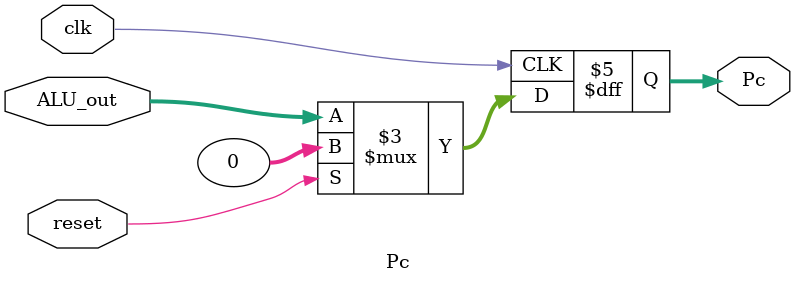
<source format=sv>
module Pc(
	input logic clk, reset,
	input logic [31:0] ALU_out,
	output logic [31:0] Pc
);
	
	always_ff @(posedge clk) begin

		if (reset)
			Pc <= 32'b0;
		else
			Pc <= ALU_out;
	end

endmodule
</source>
